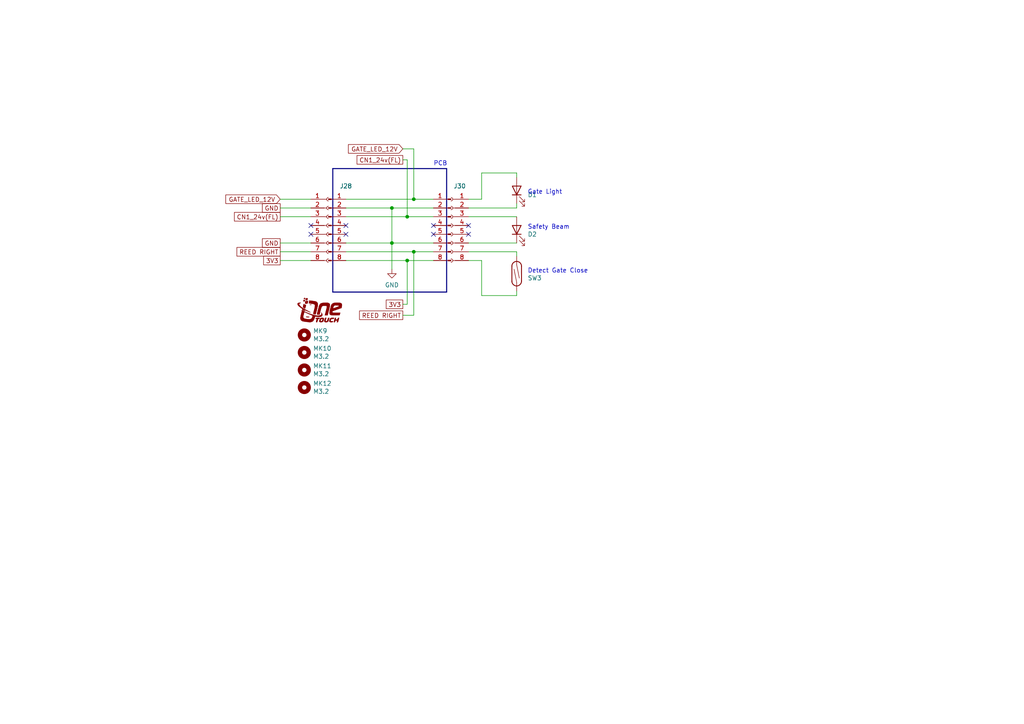
<source format=kicad_sch>
(kicad_sch (version 20211123) (generator eeschema)
  (paper "A4")
  (title_block (rev "2022.1.2") (company "Donie Kelly"))
  (lib_symbols
    (symbol "Connector:Conn_01x08_Female" (pin_names (offset 1.016) hide)
      (property "Reference" "J" (at 0 10.16 0))
      (property "Value" "Conn_01x08_Female" (at 0 -12.7 0))
      (symbol "Conn_01x08_Female_1_1"
        (arc (start 0 -9.652) (mid -0.508 -10.16) (end 0 -10.668) (stroke (width 0.1524)))
        (arc (start 0 -7.112) (mid -0.508 -7.62) (end 0 -8.128) (stroke (width 0.1524)))
        (arc (start 0 -4.572) (mid -0.508 -5.08) (end 0 -5.588) (stroke (width 0.1524)))
        (arc (start 0 -2.032) (mid -0.508 -2.54) (end 0 -3.048) (stroke (width 0.1524)))
        (polyline (pts (xy -1.27 -10.16) (xy -0.508 -10.16)) (stroke (width 0.1524)))
        (polyline (pts (xy -1.27 -7.62) (xy -0.508 -7.62)) (stroke (width 0.1524)))
        (polyline (pts (xy -1.27 -5.08) (xy -0.508 -5.08)) (stroke (width 0.1524)))
        (polyline (pts (xy -1.27 -2.54) (xy -0.508 -2.54)) (stroke (width 0.1524)))
        (polyline (pts (xy -1.27 0) (xy -0.508 0)) (stroke (width 0.1524)))
        (polyline (pts (xy -1.27 2.54) (xy -0.508 2.54)) (stroke (width 0.1524)))
        (polyline (pts (xy -1.27 5.08) (xy -0.508 5.08)) (stroke (width 0.1524)))
        (polyline (pts (xy -1.27 7.62) (xy -0.508 7.62)) (stroke (width 0.1524)))
        (arc (start 0 0.508) (mid -0.508 0) (end 0 -0.508) (stroke (width 0.1524)))
        (arc (start 0 3.048) (mid -0.508 2.54) (end 0 2.032) (stroke (width 0.1524)))
        (arc (start 0 5.588) (mid -0.508 5.08) (end 0 4.572) (stroke (width 0.1524)))
        (arc (start 0 8.128) (mid -0.508 7.62) (end 0 7.112) (stroke (width 0.1524)))
        (pin passive line (at -5.08 7.62 0) (length 3.81) (name "Pin_1") (number "1"))
        (pin passive line (at -5.08 5.08 0) (length 3.81) (name "Pin_2") (number "2"))
        (pin passive line (at -5.08 2.54 0) (length 3.81) (name "Pin_3") (number "3"))
        (pin passive line (at -5.08 0 0) (length 3.81) (name "Pin_4") (number "4"))
        (pin passive line (at -5.08 -2.54 0) (length 3.81) (name "Pin_5") (number "5"))
        (pin passive line (at -5.08 -5.08 0) (length 3.81) (name "Pin_6") (number "6"))
        (pin passive line (at -5.08 -7.62 0) (length 3.81) (name "Pin_7") (number "7"))
        (pin passive line (at -5.08 -10.16 0) (length 3.81) (name "Pin_8") (number "8"))
      )
    )
    (symbol "Connector:Conn_01x08_Male" (pin_names (offset 1.016) hide)
      (property "Reference" "J" (at 0 10.16 0))
      (property "Value" "Conn_01x08_Male" (at 0 -12.7 0))
      (symbol "Conn_01x08_Male_1_1"
        (polyline (pts (xy 1.27 -10.16) (xy 0.8636 -10.16)) (stroke (width 0.1524)))
        (polyline (pts (xy 1.27 -7.62) (xy 0.8636 -7.62)) (stroke (width 0.1524)))
        (polyline (pts (xy 1.27 -5.08) (xy 0.8636 -5.08)) (stroke (width 0.1524)))
        (polyline (pts (xy 1.27 -2.54) (xy 0.8636 -2.54)) (stroke (width 0.1524)))
        (polyline (pts (xy 1.27 0) (xy 0.8636 0)) (stroke (width 0.1524)))
        (polyline (pts (xy 1.27 2.54) (xy 0.8636 2.54)) (stroke (width 0.1524)))
        (polyline (pts (xy 1.27 5.08) (xy 0.8636 5.08)) (stroke (width 0.1524)))
        (polyline (pts (xy 1.27 7.62) (xy 0.8636 7.62)) (stroke (width 0.1524)))
        (rectangle (start 0.8636 -10.033) (end 0 -10.287) (stroke (width 0.1524)) (fill (type outline)))
        (rectangle (start 0.8636 -7.493) (end 0 -7.747) (stroke (width 0.1524)) (fill (type outline)))
        (rectangle (start 0.8636 -4.953) (end 0 -5.207) (stroke (width 0.1524)) (fill (type outline)))
        (rectangle (start 0.8636 -2.413) (end 0 -2.667) (stroke (width 0.1524)) (fill (type outline)))
        (rectangle (start 0.8636 0.127) (end 0 -0.127) (stroke (width 0.1524)) (fill (type outline)))
        (rectangle (start 0.8636 2.667) (end 0 2.413) (stroke (width 0.1524)) (fill (type outline)))
        (rectangle (start 0.8636 5.207) (end 0 4.953) (stroke (width 0.1524)) (fill (type outline)))
        (rectangle (start 0.8636 7.747) (end 0 7.493) (stroke (width 0.1524)) (fill (type outline)))
        (pin passive line (at 5.08 7.62 180) (length 3.81) (name "Pin_1") (number "1"))
        (pin passive line (at 5.08 5.08 180) (length 3.81) (name "Pin_2") (number "2"))
        (pin passive line (at 5.08 2.54 180) (length 3.81) (name "Pin_3") (number "3"))
        (pin passive line (at 5.08 0 180) (length 3.81) (name "Pin_4") (number "4"))
        (pin passive line (at 5.08 -2.54 180) (length 3.81) (name "Pin_5") (number "5"))
        (pin passive line (at 5.08 -5.08 180) (length 3.81) (name "Pin_6") (number "6"))
        (pin passive line (at 5.08 -7.62 180) (length 3.81) (name "Pin_7") (number "7"))
        (pin passive line (at 5.08 -10.16 180) (length 3.81) (name "Pin_8") (number "8"))
      )
    )
    (symbol "Device:LED" (pin_numbers hide) (pin_names (offset 1.016) hide)
      (property "Reference" "D" (at 0 2.54 0))
      (property "Value" "LED" (at 0 -2.54 0))
      (symbol "LED_0_1"
        (polyline (pts (xy -1.27 -1.27) (xy -1.27 1.27)) (stroke (width 0.254)))
        (polyline (pts (xy -1.27 0) (xy 1.27 0)))
        (polyline (pts (xy 1.27 -1.27) (xy 1.27 1.27) (xy -1.27 0) (xy 1.27 -1.27)) (stroke (width 0.254)))
        (polyline (pts (xy -3.048 -0.762) (xy -4.572 -2.286) (xy -3.81 -2.286) (xy -4.572 -2.286) (xy -4.572 -1.524)))
        (polyline (pts (xy -1.778 -0.762) (xy -3.302 -2.286) (xy -2.54 -2.286) (xy -3.302 -2.286) (xy -3.302 -1.524)))
      )
      (symbol "LED_1_1"
        (pin passive line (at -3.81 0 0) (length 2.54) (name "K") (number "1"))
        (pin passive line (at 3.81 0 180) (length 2.54) (name "A") (number "2"))
      )
    )
    (symbol "Mechanical:MountingHole" (pin_names (offset 1.016))
      (property "Reference" "H" (at 0 5.08 0))
      (property "Value" "MountingHole" (at 0 3.175 0))
      (symbol "MountingHole_0_1"
        (circle (center 0 0) (radius 1.27) (stroke (width 1.27)))
      )
    )
    (symbol "Switch:SW_Reed" (pin_numbers hide) (pin_names (offset 0) hide)
      (property "Reference" "SW" (at 0 2.54 0))
      (property "Value" "SW_Reed" (at 0 -2.54 0))
      (symbol "SW_Reed_0_0"
        (arc (start -2.159 1.397) (mid -3.556 0) (end -2.159 -1.397) (stroke (width 0.254)))
        (polyline (pts (xy -2.54 0) (xy 1.27 0.762)))
        (polyline (pts (xy -2.159 -1.397) (xy 2.286 -1.397)) (stroke (width 0.254)))
        (polyline (pts (xy 2.159 1.397) (xy -2.159 1.397)) (stroke (width 0.254)))
        (polyline (pts (xy 2.54 0) (xy -1.27 -0.762)))
        (arc (start 2.159 -1.397) (mid 3.556 0) (end 2.159 1.397) (stroke (width 0.254)))
      )
      (symbol "SW_Reed_1_1"
        (pin passive line (at -5.08 0 0) (length 2.54) (name "1") (number "1"))
        (pin passive line (at 5.08 0 180) (length 2.54) (name "2") (number "2"))
      )
    )
    (symbol "onetouchlogo:LOGO" (pin_names (offset 1.016))
      (symbol "LOGO_0_0"
        (polyline (pts (xy -2.3876 1.7526) (xy -2.4384 1.778) (xy -2.6416 1.8034) (xy -2.667 1.8034) (xy -2.8194 1.8288) (xy -2.8702 1.778) (xy -2.7686 1.7526) (xy -2.6162 1.7272) (xy -2.4384 1.7272) (xy -2.3876 1.7526)) (stroke (width 0.0254)) (fill (type outline)))
        (polyline (pts (xy -4.3688 2.7686) (xy -4.318 2.8956) (xy -4.2926 2.9718) (xy -4.2672 3.1242) (xy -4.3434 3.175) (xy -4.4704 3.175) (xy -4.5974 3.1496) (xy -4.6736 3.0988) (xy -4.699 2.9464) (xy -4.699 2.8194) (xy -4.6482 2.7432) (xy -4.5212 2.7432) (xy -4.3688 2.7686)) (stroke (width 0.0254)) (fill (type outline)))
        (polyline (pts (xy -3.048 -1.8034) (xy -2.9972 -1.778) (xy -3.0734 -1.7272) (xy -3.2258 -1.7018) (xy -3.6322 -1.651) (xy -3.7846 -1.651) (xy -3.8862 -1.6764) (xy -3.937 -1.7018) (xy -3.8862 -1.778) (xy -3.7592 -1.8034) (xy -3.6068 -1.8288) (xy -3.2004 -1.8288) (xy -3.048 -1.8034)) (stroke (width 0.0254)) (fill (type outline)))
        (polyline (pts (xy -4.318 3.4544) (xy -4.2164 3.4798) (xy -4.191 3.6068) (xy -4.2164 3.6322) (xy -4.2418 3.7338) (xy -4.3688 3.7592) (xy -4.4704 3.7338) (xy -4.5212 3.7084) (xy -4.5212 3.6576) (xy -4.572 3.5306) (xy -4.572 3.5052) (xy -4.5466 3.4544) (xy -4.3942 3.429) (xy -4.318 3.4544)) (stroke (width 0.0254)) (fill (type outline)))
        (polyline (pts (xy -3.5814 3.1496) (xy -3.5306 3.2512) (xy -3.5052 3.429) (xy -3.5052 3.4544) (xy -3.4798 3.6068) (xy -3.556 3.6576) (xy -3.683 3.683) (xy -3.7846 3.683) (xy -3.9116 3.6576) (xy -3.9878 3.556) (xy -4.0386 3.3528) (xy -4.0894 3.1242) (xy -3.683 3.1242) (xy -3.5814 3.1496)) (stroke (width 0.0254)) (fill (type outline)))
        (polyline (pts (xy -3.5814 2.1336) (xy -3.5052 2.2098) (xy -3.4544 2.3368) (xy -3.4036 2.5654) (xy -3.3528 2.8702) (xy -3.937 2.8702) (xy -4.0894 2.8448) (xy -4.1402 2.8194) (xy -4.1402 2.794) (xy -4.1656 2.667) (xy -4.191 2.4892) (xy -4.2164 2.413) (xy -4.2418 2.2352) (xy -4.2164 2.159) (xy -4.191 2.1336) (xy -4.064 2.1082) (xy -3.7084 2.1082) (xy -3.5814 2.1336)) (stroke (width 0.0254)) (fill (type outline)))
        (polyline (pts (xy -4.191 0.762) (xy -4.1402 0.9144) (xy -4.1402 0.9652) (xy -4.064 1.1938) (xy -4.0132 1.397) (xy -3.9624 1.5748) (xy -3.9624 1.6764) (xy -4.0132 1.7272) (xy -4.1656 1.7526) (xy -4.3434 1.8288) (xy -4.4958 1.9304) (xy -4.5466 1.9558) (xy -4.572 2.0066) (xy -4.6228 1.9558) (xy -4.6736 1.8542) (xy -4.7752 1.397) (xy -4.826 1.2192) (xy -4.826 1.0668) (xy -4.7244 0.9652) (xy -4.572 0.8382) (xy -4.4704 0.762) (xy -4.318 0.6858) (xy -4.2418 0.6604) (xy -4.191 0.762)) (stroke (width 0.0254)) (fill (type outline)))
        (polyline (pts (xy -0.8128 -3.2766) (xy -0.7366 -3.2512) (xy -0.6858 -3.1242) (xy -0.6096 -2.921) (xy -0.5588 -2.7686) (xy -0.508 -2.5654) (xy -0.4826 -2.4384) (xy -0.4318 -2.3876) (xy -0.2794 -2.3368) (xy -0.2032 -2.3368) (xy -0.0508 -2.2352) (xy 0 -2.0828) (xy -0.0254 -2.0574) (xy -0.1016 -2.032) (xy -0.7874 -2.032) (xy -0.9652 -2.0574) (xy -1.0668 -2.0828) (xy -1.1176 -2.1336) (xy -1.143 -2.1844) (xy -1.143 -2.2352) (xy -1.1176 -2.3114) (xy -0.9906 -2.3368) (xy -0.9398 -2.3368) (xy -0.8636 -2.3622) (xy -0.8382 -2.413) (xy -0.8636 -2.54) (xy -0.9398 -2.7432) (xy -0.9652 -2.8702) (xy -1.016 -3.048) (xy -1.016 -3.175) (xy -0.9906 -3.2512) (xy -0.8636 -3.302) (xy -0.8128 -3.2766)) (stroke (width 0.0254)) (fill (type outline)))
        (polyline (pts (xy 3.7338 -3.2512) (xy 3.81 -3.2004) (xy 3.8608 -3.1242) (xy 3.8608 -3.0988) (xy 3.8862 -3.0226) (xy 3.8608 -2.9972) (xy 3.7592 -2.9718) (xy 3.1496 -2.9718) (xy 3.2004 -2.794) (xy 3.2512 -2.6416) (xy 3.302 -2.4638) (xy 3.3782 -2.3876) (xy 3.5052 -2.3368) (xy 3.9116 -2.3368) (xy 4.064 -2.3114) (xy 4.1148 -2.286) (xy 4.1148 -2.2352) (xy 4.1656 -2.1082) (xy 4.1656 -2.0574) (xy 4.0894 -2.032) (xy 3.4544 -2.032) (xy 3.2258 -2.0828) (xy 3.0734 -2.1844) (xy 2.9718 -2.3622) (xy 2.8702 -2.6416) (xy 2.8702 -2.7178) (xy 2.8194 -2.921) (xy 2.8194 -3.0734) (xy 2.8702 -3.175) (xy 2.9972 -3.2258) (xy 3.0734 -3.2512) (xy 3.2512 -3.2766) (xy 3.556 -3.2766) (xy 3.7338 -3.2512)) (stroke (width 0.0254)) (fill (type outline)))
        (polyline (pts (xy 2.286 -3.2004) (xy 2.3622 -3.175) (xy 2.4384 -3.1242) (xy 2.5146 -3.0226) (xy 2.5654 -2.8702) (xy 2.6416 -2.6162) (xy 2.667 -2.54) (xy 2.7178 -2.3114) (xy 2.7686 -2.1336) (xy 2.794 -2.0574) (xy 2.7432 -2.032) (xy 2.6162 -2.032) (xy 2.5146 -2.0574) (xy 2.4384 -2.1082) (xy 2.3876 -2.2352) (xy 2.3368 -2.4384) (xy 2.2606 -2.6416) (xy 2.2098 -2.8194) (xy 2.1844 -2.8956) (xy 2.159 -2.921) (xy 2.032 -2.9718) (xy 1.7526 -2.9718) (xy 1.7018 -2.921) (xy 1.7272 -2.8448) (xy 1.7526 -2.667) (xy 1.8288 -2.4384) (xy 1.9558 -2.032) (xy 1.6256 -2.032) (xy 1.5748 -2.1082) (xy 1.4986 -2.286) (xy 1.4986 -2.3368) (xy 1.4224 -2.5654) (xy 1.3716 -2.7686) (xy 1.3462 -2.9718) (xy 1.3716 -3.1242) (xy 1.524 -3.2258) (xy 1.6764 -3.2766) (xy 2.0066 -3.2766) (xy 2.286 -3.2004)) (stroke (width 0.0254)) (fill (type outline)))
        (polyline (pts (xy 0.8382 -3.2004) (xy 0.8636 -3.2004) (xy 0.9652 -3.1242) (xy 1.0414 -3.048) (xy 1.0922 -2.8956) (xy 1.1684 -2.6416) (xy 1.1938 -2.5146) (xy 1.2446 -2.3114) (xy 1.2446 -2.2098) (xy 1.2192 -2.159) (xy 1.1684 -2.1082) (xy 1.1176 -2.0828) (xy 0.9652 -2.032) (xy 0.4826 -2.032) (xy 0.2794 -2.0828) (xy 0.2286 -2.1082) (xy 0.1524 -2.1844) (xy 0.0762 -2.3368) (xy 0 -2.5908) (xy -0.0508 -2.7432) (xy -0.1016 -2.9464) (xy 0.254 -2.9464) (xy 0.2794 -2.8194) (xy 0.3302 -2.667) (xy 0.3556 -2.5654) (xy 0.4064 -2.4384) (xy 0.508 -2.3622) (xy 0.6604 -2.3368) (xy 0.8382 -2.3368) (xy 0.8636 -2.3876) (xy 0.8636 -2.4892) (xy 0.8128 -2.6162) (xy 0.762 -2.8194) (xy 0.635 -2.9464) (xy 0.4572 -2.9718) (xy 0.3048 -2.9718) (xy 0.254 -2.9464) (xy -0.1016 -2.9464) (xy -0.1016 -3.0734) (xy -0.0508 -3.175) (xy 0.0762 -3.2258) (xy 0.254 -3.2766) (xy 0.5334 -3.2766) (xy 0.8382 -3.2004)) (stroke (width 0.0254)) (fill (type outline)))
        (polyline (pts (xy 5.2578 -3.2766) (xy 5.334 -3.175) (xy 5.3848 -3.0226) (xy 5.461 -2.7686) (xy 5.5118 -2.54) (xy 5.588 -2.3114) (xy 5.6134 -2.1336) (xy 5.6388 -2.0574) (xy 5.588 -2.032) (xy 5.4102 -2.032) (xy 5.3086 -2.1082) (xy 5.2324 -2.286) (xy 5.1816 -2.413) (xy 5.08 -2.4892) (xy 4.9022 -2.5146) (xy 4.6736 -2.54) (xy 4.7244 -2.2606) (xy 4.7244 -2.1844) (xy 4.7498 -2.0574) (xy 4.699 -2.032) (xy 4.5212 -2.032) (xy 4.445 -2.0828) (xy 4.3942 -2.159) (xy 4.3434 -2.3368) (xy 4.2672 -2.5908) (xy 4.2418 -2.6924) (xy 4.1656 -2.921) (xy 4.1402 -3.1242) (xy 4.1148 -3.2258) (xy 4.1402 -3.2766) (xy 4.2926 -3.2766) (xy 4.3688 -3.2512) (xy 4.4704 -3.175) (xy 4.5212 -3.0226) (xy 4.5212 -2.9718) (xy 4.572 -2.8448) (xy 4.6482 -2.794) (xy 5.08 -2.794) (xy 5.0292 -3.048) (xy 5.0292 -3.0988) (xy 5.0038 -3.2258) (xy 5.0546 -3.2766) (xy 5.1562 -3.302) (xy 5.2578 -3.2766)) (stroke (width 0.0254)) (fill (type outline)))
        (polyline (pts (xy -2.667 -0.4064) (xy -2.794 -0.3302) (xy -2.9972 -0.2286) (xy -3.2766 -0.0762) (xy -3.6068 0.1016) (xy -4.0894 0.3556) (xy -4.5466 0.6096) (xy -4.9022 0.8382) (xy -5.207 1.0414) (xy -5.4356 1.2192) (xy -5.6388 1.4224) (xy -5.7912 1.6002) (xy -5.9182 1.8288) (xy -5.9182 2.032) (xy -5.7912 2.1844) (xy -5.5626 2.286) (xy -5.461 2.3368) (xy -5.5372 2.3622) (xy -5.715 2.3622) (xy -6.0198 2.3368) (xy -6.2738 2.2606) (xy -6.4008 2.1336) (xy -6.4262 1.9812) (xy -6.35 1.7526) (xy -6.1722 1.4986) (xy -5.8674 1.2192) (xy -5.461 0.9144) (xy -5.3848 0.8636) (xy -5.1816 0.7112) (xy -5.0546 0.6096) (xy -5.0038 0.508) (xy -5.0038 0.4318) (xy -5.0292 0.4064) (xy -5.0038 0.3048) (xy -4.9022 0.2286) (xy -4.7244 0.1524) (xy -4.6228 0.1016) (xy -4.4704 0.0508) (xy -4.3688 0.0254) (xy -4.3434 0.0508) (xy -4.318 0.127) (xy -4.318 0.1778) (xy -4.2672 0.1778) (xy -4.1656 0.1524) (xy -4.0132 0.1016) (xy -3.7592 0) (xy -3.4036 -0.1524) (xy -2.8956 -0.3556) (xy -2.7178 -0.4064) (xy -2.6416 -0.4318) (xy -2.667 -0.4064)) (stroke (width 0.0254)) (fill (type outline)))
        (polyline (pts (xy -1.1684 -0.9652) (xy -1.1176 -0.889) (xy -1.1176 -0.8128) (xy -1.0668 -0.6096) (xy -0.9906 -0.3302) (xy -0.889 0) (xy -0.8128 0.3556) (xy -0.6858 0.8636) (xy -0.5842 1.2954) (xy -0.5334 1.651) (xy -0.5334 1.9304) (xy -0.5588 2.159) (xy -0.635 2.3368) (xy -0.7366 2.4892) (xy -0.762 2.5146) (xy -0.889 2.6162) (xy -1.016 2.6924) (xy -1.1684 2.7432) (xy -1.397 2.794) (xy -1.7272 2.8448) (xy -2.1336 2.8956) (xy -2.3876 2.921) (xy -2.6924 2.9718) (xy -2.8702 2.9972) (xy -2.9972 2.9972) (xy -3.048 2.9718) (xy -3.048 2.8956) (xy -3.0226 2.8702) (xy -3.0226 2.6924) (xy -3.0734 2.5146) (xy -3.0734 2.413) (xy -3.0988 2.2606) (xy -3.0988 2.2098) (xy -3.0734 2.1844) (xy -2.9464 2.1844) (xy -2.7432 2.1336) (xy -2.4892 2.1082) (xy -2.1082 2.0574) (xy -1.8034 2.0066) (xy -1.5748 1.9304) (xy -1.4478 1.8288) (xy -1.3716 1.651) (xy -1.3462 1.4224) (xy -1.397 1.1176) (xy -1.4732 0.7366) (xy -1.6002 0.2286) (xy -1.6764 -0.0508) (xy -1.7526 -0.3556) (xy -1.8034 -0.6096) (xy -1.8288 -0.7874) (xy -1.8288 -0.8636) (xy -1.6002 -0.9398) (xy -1.4478 -0.9652) (xy -1.27 -0.9906) (xy -1.1684 -0.9652)) (stroke (width 0.0254)) (fill (type outline)))
        (polyline (pts (xy 2.6416 0.1016) (xy 2.7178 0.3556) (xy 2.8194 0.8128) (xy 2.8956 1.143) (xy 2.9464 1.4224) (xy 2.9718 1.6256) (xy 2.9718 1.778) (xy 2.9464 1.905) (xy 2.8956 2.0066) (xy 2.8702 2.0828) (xy 2.7432 2.1844) (xy 2.5908 2.2606) (xy 2.3622 2.3368) (xy 2.032 2.3622) (xy 1.6002 2.3622) (xy 1.1176 2.3368) (xy 0.7366 2.286) (xy 0.4318 2.2098) (xy 0.2032 2.0574) (xy 0.0254 1.8542) (xy -0.1016 1.6002) (xy -0.1016 1.5748) (xy -0.1524 1.4478) (xy -0.2286 1.2192) (xy -0.3048 0.9144) (xy -0.381 0.5842) (xy -0.4826 0.2286) (xy -0.5588 -0.127) (xy -0.6604 -0.4318) (xy -0.7112 -0.7112) (xy -0.762 -0.9144) (xy -0.762 -0.9906) (xy -0.7366 -1.0414) (xy -0.6096 -1.0668) (xy -0.0254 -1.0668) (xy 0.2032 -0.1016) (xy 0.3048 0.3048) (xy 0.4064 0.6858) (xy 0.508 0.9906) (xy 0.6096 1.1938) (xy 0.7112 1.3208) (xy 0.8382 1.4224) (xy 0.9906 1.4478) (xy 1.2192 1.4732) (xy 1.8288 1.4732) (xy 1.9812 1.4478) (xy 2.0574 1.3716) (xy 2.0828 1.2446) (xy 2.0828 1.0668) (xy 2.032 0.8128) (xy 1.9558 0.4572) (xy 1.8288 -0.0254) (xy 1.524 -1.27) (xy 2.3114 -1.27) (xy 2.6416 0.1016)) (stroke (width 0.0254)) (fill (type outline)))
        (polyline (pts (xy 5.7912 -1.2192) (xy 5.842 -1.0668) (xy 5.8674 -0.9398) (xy 5.9182 -0.7366) (xy 5.969 -0.5588) (xy 4.2926 -0.5588) (xy 4.0386 -0.5334) (xy 3.8354 -0.4826) (xy 3.7338 -0.4318) (xy 3.683 -0.3556) (xy 3.683 -0.1524) (xy 3.7338 -0.1016) (xy 3.8354 -0.0508) (xy 4.0132 0.0254) (xy 4.2418 0.127) (xy 4.572 0.2286) (xy 5.0038 0.381) (xy 6.3246 0.8382) (xy 6.4008 1.1684) (xy 6.4008 1.2446) (xy 6.477 1.6002) (xy 6.4516 1.8796) (xy 6.3754 2.0828) (xy 6.223 2.2098) (xy 5.969 2.3114) (xy 5.588 2.3368) (xy 5.1054 2.3622) (xy 4.9022 2.3622) (xy 4.5212 2.3368) (xy 4.2164 2.3114) (xy 3.9878 2.2606) (xy 3.81 2.159) (xy 3.6322 2.032) (xy 3.4544 1.8542) (xy 3.4036 1.7272) (xy 3.3274 1.5494) (xy 3.2512 1.3208) (xy 3.1496 0.8636) (xy 3.9116 0.8636) (xy 3.9624 1.0414) (xy 4.0132 1.1938) (xy 4.0894 1.3716) (xy 4.191 1.4986) (xy 4.3688 1.5748) (xy 4.6228 1.6002) (xy 4.9784 1.5748) (xy 5.2832 1.5748) (xy 5.461 1.5494) (xy 5.5626 1.524) (xy 5.6134 1.4986) (xy 5.6388 1.4224) (xy 5.6388 1.397) (xy 5.588 1.3462) (xy 5.5118 1.2954) (xy 5.3594 1.2192) (xy 5.1308 1.1176) (xy 4.8006 1.016) (xy 4.699 0.9652) (xy 4.1656 0.7874) (xy 3.9878 0.7366) (xy 3.9116 0.7112) (xy 3.9116 0.8636) (xy 3.1496 0.8636) (xy 3.0734 0.6096) (xy 2.9718 0.1778) (xy 2.8956 -0.2286) (xy 2.8448 -0.5334) (xy 2.8702 -0.762) (xy 2.921 -0.9398) (xy 2.9972 -1.0668) (xy 3.1496 -1.1684) (xy 3.2258 -1.1938) (xy 3.3274 -1.2192) (xy 3.5052 -1.2192) (xy 3.7592 -1.2446) (xy 4.5466 -1.2446) (xy 5.7912 -1.2192)) (stroke (width 0.0254)) (fill (type outline)))
        (polyline (pts (xy -2.3876 -3.2004) (xy -2.3622 -3.2004) (xy -2.1336 -3.0988) (xy -1.9304 -2.9718) (xy -1.778 -2.7686) (xy -1.6256 -2.4892) (xy -1.4732 -2.1336) (xy -1.3208 -1.651) (xy -1.2446 -1.6256) (xy -1.1176 -1.6256) (xy -0.8636 -1.6764) (xy -0.6858 -1.7018) (xy -0.3048 -1.7526) (xy 0.0508 -1.7272) (xy 0.3302 -1.6764) (xy 0.5588 -1.6002) (xy 0.7366 -1.397) (xy 0.8128 -1.1684) (xy 0.762 -0.889) (xy 0.5842 -0.635) (xy 0.4318 -0.4572) (xy 0.508 -0.6604) (xy 0.5334 -0.7112) (xy 0.5588 -0.889) (xy 0.508 -1.016) (xy 0.508 -1.0414) (xy 0.3302 -1.2192) (xy 0.0508 -1.3208) (xy -0.3048 -1.3716) (xy -0.7366 -1.3716) (xy -1.27 -1.2954) (xy -1.8288 -1.143) (xy -2.4638 -0.9652) (xy -3.1496 -0.7112) (xy -3.8862 -0.4064) (xy -4.6482 -0.0508) (xy -4.7244 0) (xy -4.953 0.1016) (xy -5.1308 0.2032) (xy -5.2324 0.2286) (xy -5.1054 0.1016) (xy -5.3594 -0.889) (xy -5.461 -1.3208) (xy -5.5372 -1.7272) (xy -5.5372 -1.7526) (xy -4.7752 -1.7526) (xy -4.7752 -1.7018) (xy -4.7498 -1.5494) (xy -4.699 -1.3208) (xy -4.6482 -1.0668) (xy -4.572 -0.8128) (xy -4.5212 -0.5842) (xy -4.4704 -0.4064) (xy -4.445 -0.3302) (xy -4.4196 -0.3302) (xy -4.3434 -0.3556) (xy -4.1656 -0.4318) (xy -3.9116 -0.5334) (xy -3.6322 -0.6858) (xy -3.6068 -0.6858) (xy -2.9464 -0.9906) (xy -2.6416 -1.1176) (xy -2.4384 -1.1938) (xy -2.3368 -1.2446) (xy -2.159 -1.3208) (xy -2.0828 -1.3716) (xy -2.0574 -1.4478) (xy -2.0574 -1.5494) (xy -2.0828 -1.6256) (xy -2.159 -1.905) (xy -2.3114 -2.1336) (xy -2.4638 -2.3114) (xy -2.6924 -2.3876) (xy -3.048 -2.4384) (xy -3.5052 -2.3876) (xy -3.7084 -2.3622) (xy -3.9878 -2.3368) (xy -4.191 -2.3114) (xy -4.2926 -2.286) (xy -4.5466 -2.159) (xy -4.7244 -1.9812) (xy -4.7752 -1.7526) (xy -5.5372 -1.7526) (xy -5.588 -2.032) (xy -5.5626 -2.286) (xy -5.5118 -2.4892) (xy -5.4356 -2.6416) (xy -5.1816 -2.8956) (xy -4.9784 -2.9718) (xy -4.7498 -3.048) (xy -4.3942 -3.0988) (xy -3.9624 -3.1496) (xy -3.7338 -3.2004) (xy -3.3782 -3.2258) (xy -3.0988 -3.2512) (xy -2.8956 -3.2766) (xy -2.7686 -3.2766) (xy -2.3876 -3.2004)) (stroke (width 0.0254)) (fill (type outline)))
      )
    )
    (symbol "power:GND" (power) (pin_names (offset 0))
      (property "Value" "GND" (at 0 -3.81 0))
      (symbol "GND_0_1"
        (polyline (pts (xy 0 0) (xy 0 -1.27) (xy 1.27 -1.27) (xy 0 -2.54) (xy -1.27 -1.27) (xy 0 -1.27)))
      )
      (symbol "GND_1_1"
        (pin power_in line (at 0 0 270) (length 0) hide (name "GND") (number "1"))
      )
    )
  )
  (junction (at 120.015 73.025))
  (junction (at 113.665 70.485))
  (junction (at 118.11 75.565))
  (junction (at 113.665 60.325))
  (junction (at 120.015 57.785))
  (junction (at 118.11 62.865))
  (no_connect (at 135.89 65.405))
  (no_connect (at 135.89 67.945))
  (no_connect (at 100.33 65.405))
  (no_connect (at 90.17 67.945))
  (no_connect (at 90.17 65.405))
  (no_connect (at 125.73 65.405))
  (no_connect (at 100.33 67.945))
  (no_connect (at 125.73 67.945))
  (wire (pts (xy 100.33 70.485) (xy 113.665 70.485)))
  (wire (pts (xy 118.11 75.565) (xy 118.11 88.265)))
  (wire (pts (xy 135.89 62.865) (xy 149.86 62.865)))
  (wire (pts (xy 100.33 73.025) (xy 120.015 73.025)))
  (wire (pts (xy 149.86 84.455) (xy 149.86 85.725)))
  (wire (pts (xy 100.33 60.325) (xy 113.665 60.325)))
  (wire (pts (xy 113.665 70.485) (xy 125.73 70.485)))
  (wire (pts (xy 135.89 75.565) (xy 139.7 75.565)))
  (wire (pts (xy 116.84 91.44) (xy 120.015 91.44)))
  (wire (pts (xy 113.665 60.325) (xy 125.73 60.325)))
  (wire (pts (xy 135.89 73.025) (xy 149.86 73.025)))
  (wire (pts (xy 118.11 62.865) (xy 125.73 62.865)))
  (wire (pts (xy 113.665 78.105) (xy 113.665 70.485)))
  (bus (pts (xy 129.54 48.895) (xy 129.54 84.709)))
  (wire (pts (xy 149.86 59.055) (xy 149.86 60.325)))
  (wire (pts (xy 118.11 46.355) (xy 118.11 62.865)))
  (wire (pts (xy 81.28 70.485) (xy 90.17 70.485)))
  (wire (pts (xy 149.86 73.025) (xy 149.86 74.295)))
  (wire (pts (xy 135.89 57.785) (xy 139.7 57.785)))
  (bus (pts (xy 96.52 48.895) (xy 129.54 48.895)))
  (wire (pts (xy 81.28 73.025) (xy 90.17 73.025)))
  (wire (pts (xy 116.84 88.265) (xy 118.11 88.265)))
  (wire (pts (xy 81.28 62.865) (xy 90.17 62.865)))
  (wire (pts (xy 139.7 85.725) (xy 149.86 85.725)))
  (wire (pts (xy 120.015 73.025) (xy 120.015 91.44)))
  (wire (pts (xy 113.665 60.325) (xy 113.665 70.485)))
  (wire (pts (xy 120.015 43.18) (xy 120.015 57.785)))
  (wire (pts (xy 81.28 57.785) (xy 90.17 57.785)))
  (wire (pts (xy 100.33 75.565) (xy 118.11 75.565)))
  (wire (pts (xy 149.86 50.165) (xy 149.86 51.435)))
  (wire (pts (xy 100.33 62.865) (xy 118.11 62.865)))
  (bus (pts (xy 96.52 84.709) (xy 96.52 48.895)))
  (wire (pts (xy 135.89 60.325) (xy 149.86 60.325)))
  (wire (pts (xy 139.7 57.785) (xy 139.7 50.165)))
  (wire (pts (xy 120.015 73.025) (xy 125.73 73.025)))
  (wire (pts (xy 116.84 46.355) (xy 118.11 46.355)))
  (bus (pts (xy 129.54 84.709) (xy 96.52 84.709)))
  (wire (pts (xy 120.015 57.785) (xy 125.73 57.785)))
  (wire (pts (xy 100.33 57.785) (xy 120.015 57.785)))
  (wire (pts (xy 116.84 43.18) (xy 120.015 43.18)))
  (wire (pts (xy 81.28 75.565) (xy 90.17 75.565)))
  (wire (pts (xy 139.7 50.165) (xy 149.86 50.165)))
  (wire (pts (xy 118.11 75.565) (xy 125.73 75.565)))
  (wire (pts (xy 139.7 75.565) (xy 139.7 85.725)))
  (wire (pts (xy 81.28 60.325) (xy 90.17 60.325)))
  (wire (pts (xy 135.89 70.485) (xy 149.86 70.485)))
  (text "Gate Light" (at 153.035 56.515 0) (effects (font (size 1.27 1.27)) (justify left bottom)))
  (text "Detect Gate Close" (at 153.035 79.375 0) (effects (font (size 1.27 1.27)) (justify left bottom)))
  (text "PCB" (at 125.73 48.26 0) (effects (font (size 1.27 1.27)) (justify left bottom)))
  (text "Safety Beam" (at 153.035 66.675 0) (effects (font (size 1.27 1.27)) (justify left bottom)))
  (global_label "3V3" (shape passive) (at 116.84 88.265 180) (property "Intersheet References" "${INTERSHEET_REFS}" (effects hide)))
  (global_label "GND" (shape passive) (at 81.28 60.325 180) (property "Intersheet References" "${INTERSHEET_REFS}" (effects hide)))
  (global_label "CN1_24v(FL)" (shape passive) (at 81.28 62.865 180) (property "Intersheet References" "${INTERSHEET_REFS}" (effects hide)))
  (global_label "REED RIGHT" (shape passive) (at 116.84 91.44 180) (property "Intersheet References" "${INTERSHEET_REFS}" (effects hide)))
  (global_label "GND" (shape passive) (at 81.28 70.485 180) (property "Intersheet References" "${INTERSHEET_REFS}" (effects hide)))
  (global_label "GATE_LED_12V" (shape input) (at 81.28 57.785 180) (property "Intersheet References" "${INTERSHEET_REFS}" (effects hide)))
  (global_label "REED RIGHT" (shape passive) (at 81.28 73.025 180) (property "Intersheet References" "${INTERSHEET_REFS}" (effects hide)))
  (global_label "3V3" (shape passive) (at 81.28 75.565 180) (property "Intersheet References" "${INTERSHEET_REFS}" (effects hide)))
  (global_label "GATE_LED_12V" (shape input) (at 116.84 43.18 180) (property "Intersheet References" "${INTERSHEET_REFS}" (effects hide)))
  (global_label "CN1_24v(FL)" (shape passive) (at 116.84 46.355 180) (property "Intersheet References" "${INTERSHEET_REFS}" (effects hide)))
  (symbol (lib_id "Mechanical:MountingHole") (at 88.265 97.155 0) (unit 1)
    (property "Reference" "MK9" (at 90.805 95.9866 0) (effects (justify left)))
    (property "Value" "M3.2" (at 90.805 98.298 0) (effects (justify left)))
    (property "Footprint" "MountingHole:MountingHole_3.2mm_M3_DIN965_Pad" (effects hide))
  )
  (symbol (lib_id "power:GND") (at 113.665 78.105 0) (unit 1)
    (property "Reference" "#PWR0101" (effects hide))
    (property "Value" "GND" (at 113.665 82.6675 0))
  )
  (symbol (lib_id "Connector:Conn_01x08_Female") (at 95.25 65.405 0) (unit 1) (on_board no)
    (property "Reference" "J27" (effects hide))
    (property "Value" "Conn_01x08_Female" (effects hide))
  )
  (symbol (lib_id "Device:LED") (at 149.86 55.245 90) (unit 1) (on_board no)
    (property "Reference" "D1" (at 153.035 56.515 90) (effects (justify right)))
    (property "Value" "LED" (effects hide))
  )
  (symbol (lib_id "Connector:Conn_01x08_Male") (at 95.25 65.405 0) (unit 1)
    (property "Reference" "J28" (at 100.33 53.975 0))
    (property "Value" "Pi" (effects hide))
    (property "Footprint" "Connector_JST:JST_XH_PinSWAP" (effects hide))
  )
  (symbol (lib_id "Switch:SW_Reed") (at 149.86 79.375 270) (unit 1) (on_board no)
    (property "Reference" "SW3" (at 153.035 80.645 90) (effects (justify left)))
    (property "Value" "SW_Reed" (effects hide))
  )
  (symbol (lib_id "Device:LED") (at 149.86 66.675 90) (unit 1) (on_board no)
    (property "Reference" "D2" (at 153.035 67.945 90) (effects (justify right)))
    (property "Value" "LED" (effects hide))
  )
  (symbol (lib_id "Mechanical:MountingHole") (at 88.265 112.395 0) (unit 1)
    (property "Reference" "MK12" (at 90.805 111.2266 0) (effects (justify left)))
    (property "Value" "M3.2" (at 90.805 113.538 0) (effects (justify left)))
    (property "Footprint" "MountingHole:MountingHole_3.2mm_M3_DIN965_Pad" (effects hide))
  )
  (symbol (lib_id "Mechanical:MountingHole") (at 88.265 107.315 0) (unit 1)
    (property "Reference" "MK11" (at 90.805 106.1466 0) (effects (justify left)))
    (property "Value" "M3.2" (at 90.805 108.458 0) (effects (justify left)))
    (property "Footprint" "MountingHole:MountingHole_3.2mm_M3_DIN965_Pad" (effects hide))
  )
  (symbol (lib_id "Mechanical:MountingHole") (at 88.265 102.235 0) (unit 1)
    (property "Reference" "MK10" (at 90.805 101.0666 0) (effects (justify left)))
    (property "Value" "M3.2" (at 90.805 103.378 0) (effects (justify left)))
    (property "Footprint" "MountingHole:MountingHole_3.2mm_M3_DIN965_Pad" (effects hide))
  )
  (symbol (lib_id "Connector:Conn_01x08_Female") (at 130.81 65.405 0) (mirror y) (unit 1) (on_board no)
    (property "Reference" "J29" (effects hide))
    (property "Value" "Conn_01x08_Female" (effects hide))
  )
  (symbol (lib_id "Connector:Conn_01x08_Male") (at 130.81 65.405 0) (mirror y) (unit 1)
    (property "Reference" "J30" (at 133.35 53.975 0))
    (property "Value" "Post" (effects hide))
    (property "Footprint" "Connector_JST:JST_XH_PinSWAP" (effects hide))
  )
  (symbol (lib_id "onetouchlogo:LOGO") (at 92.71 90.17 0) (unit 1)
    (property "Reference" "G4" (effects hide))
    (property "Value" "LOGO" (effects hide))
    (property "Footprint" "OneTouch_Logo:onetouchlogo" (effects hide))
  )
)
</source>
